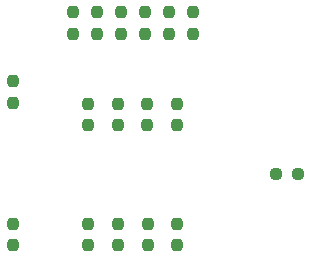
<source format=gbr>
%TF.GenerationSoftware,KiCad,Pcbnew,8.0.2-8.0.2-0~ubuntu24.04.1*%
%TF.CreationDate,2024-05-05T00:33:56+09:00*%
%TF.ProjectId,development_hat,64657665-6c6f-4706-9d65-6e745f686174,rev?*%
%TF.SameCoordinates,Original*%
%TF.FileFunction,Paste,Bot*%
%TF.FilePolarity,Positive*%
%FSLAX46Y46*%
G04 Gerber Fmt 4.6, Leading zero omitted, Abs format (unit mm)*
G04 Created by KiCad (PCBNEW 8.0.2-8.0.2-0~ubuntu24.04.1) date 2024-05-05 00:33:56*
%MOMM*%
%LPD*%
G01*
G04 APERTURE LIST*
G04 Aperture macros list*
%AMRoundRect*
0 Rectangle with rounded corners*
0 $1 Rounding radius*
0 $2 $3 $4 $5 $6 $7 $8 $9 X,Y pos of 4 corners*
0 Add a 4 corners polygon primitive as box body*
4,1,4,$2,$3,$4,$5,$6,$7,$8,$9,$2,$3,0*
0 Add four circle primitives for the rounded corners*
1,1,$1+$1,$2,$3*
1,1,$1+$1,$4,$5*
1,1,$1+$1,$6,$7*
1,1,$1+$1,$8,$9*
0 Add four rect primitives between the rounded corners*
20,1,$1+$1,$2,$3,$4,$5,0*
20,1,$1+$1,$4,$5,$6,$7,0*
20,1,$1+$1,$6,$7,$8,$9,0*
20,1,$1+$1,$8,$9,$2,$3,0*%
G04 Aperture macros list end*
%ADD10RoundRect,0.237500X-0.237500X0.250000X-0.237500X-0.250000X0.237500X-0.250000X0.237500X0.250000X0*%
%ADD11RoundRect,0.237500X0.250000X0.237500X-0.250000X0.237500X-0.250000X-0.237500X0.250000X-0.237500X0*%
%ADD12RoundRect,0.237500X0.237500X-0.250000X0.237500X0.250000X-0.237500X0.250000X-0.237500X-0.250000X0*%
G04 APERTURE END LIST*
D10*
%TO.C,R9*%
X46506000Y-93575500D03*
X46506000Y-95400500D03*
%TD*%
%TO.C,R10*%
X44480000Y-93575500D03*
X44480000Y-95400500D03*
%TD*%
%TO.C,R4*%
X53250000Y-101322500D03*
X53250000Y-103147500D03*
%TD*%
D11*
%TO.C,R15*%
X63500000Y-107315000D03*
X61675000Y-107315000D03*
%TD*%
D10*
%TO.C,R13*%
X50770000Y-111482500D03*
X50770000Y-113307500D03*
%TD*%
%TO.C,R6*%
X52584000Y-93575500D03*
X52584000Y-95400500D03*
%TD*%
%TO.C,R11*%
X45720000Y-111482500D03*
X45720000Y-113307500D03*
%TD*%
%TO.C,R17*%
X39370000Y-111482500D03*
X39370000Y-113307500D03*
%TD*%
%TO.C,R5*%
X54610000Y-93575500D03*
X54610000Y-95400500D03*
%TD*%
%TO.C,R3*%
X50740000Y-101322500D03*
X50740000Y-103147500D03*
%TD*%
D12*
%TO.C,R16*%
X39370000Y-101242500D03*
X39370000Y-99417500D03*
%TD*%
D10*
%TO.C,R1*%
X45720000Y-101322500D03*
X45720000Y-103147500D03*
%TD*%
%TO.C,R7*%
X50558000Y-93575500D03*
X50558000Y-95400500D03*
%TD*%
%TO.C,R12*%
X48230000Y-111482500D03*
X48230000Y-113307500D03*
%TD*%
%TO.C,R2*%
X48230000Y-101322500D03*
X48230000Y-103147500D03*
%TD*%
%TO.C,R8*%
X48532000Y-93575500D03*
X48532000Y-95400500D03*
%TD*%
%TO.C,R14*%
X53280000Y-111482500D03*
X53280000Y-113307500D03*
%TD*%
M02*

</source>
